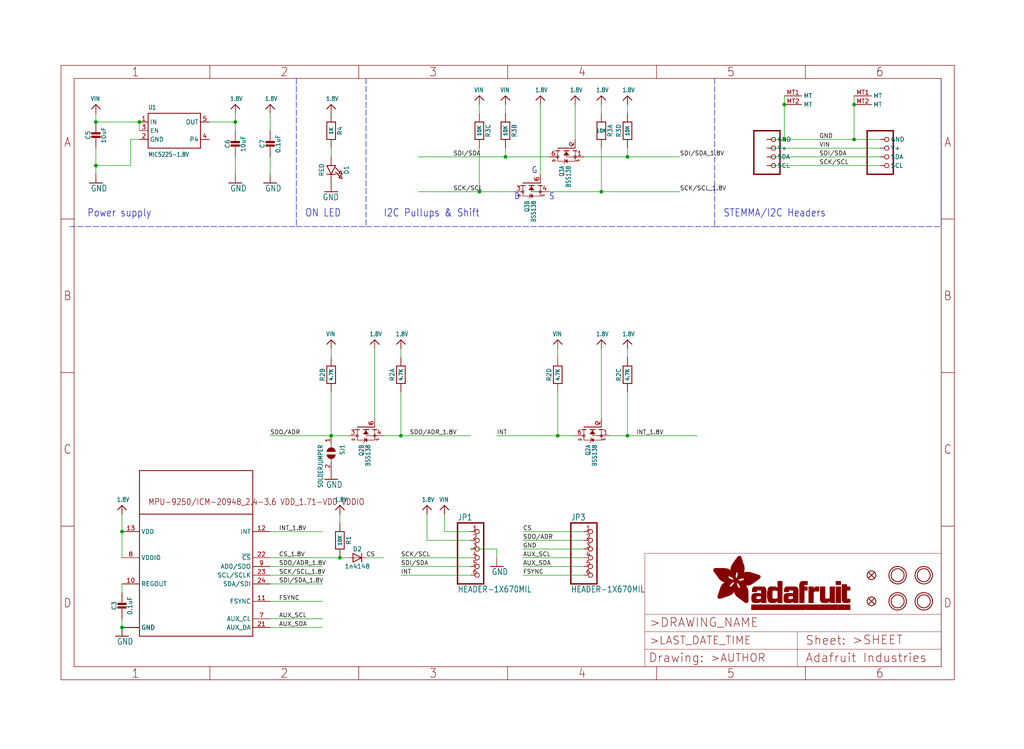
<source format=kicad_sch>
(kicad_sch (version 20211123) (generator eeschema)
  (paper "User" 298.45 218.313)
  (lib_symbols
    (symbol "Adafruit ICM20948-eagle-import:1.8V" (power)
      (property "Value" "1.8V" (at -1.524 1.016 0))
      (symbol "1.8V_1_0"
        (pin power_in line (at 0 -2.54 90) (length 2.54) (name "1.8V") (number "1"))
      )
    )
    (symbol "Adafruit ICM20948-eagle-import:CAP_CERAMIC0603_NO"
      (property "Reference" "C" (at -2.29 1.25 90))
      (property "Value" "CAP_CERAMIC0603_NO" (at 2.3 1.25 90))
      (symbol "CAP_CERAMIC0603_NO_1_0"
        (pin passive line (at 0 5.08 270) (length 2.54) (name "1") (number "1"))
        (pin passive line (at 0 -2.54 90) (length 2.54) (name "2") (number "2"))
      )
    )
    (symbol "Adafruit ICM20948-eagle-import:CAP_CERAMIC0805-NOOUTLINE"
      (property "Reference" "C" (at -2.29 1.25 90))
      (property "Value" "CAP_CERAMIC0805-NOOUTLINE" (at 2.3 1.25 90))
      (symbol "CAP_CERAMIC0805-NOOUTLINE_1_0"
        (pin passive line (at 0 5.08 270) (length 2.54) (name "1") (number "1"))
        (pin passive line (at 0 -2.54 90) (length 2.54) (name "2") (number "2"))
      )
    )
    (symbol "Adafruit ICM20948-eagle-import:DIODE_SOD323MINI"
      (property "Reference" "D" (at 0 2.54 0))
      (property "Value" "DIODE_SOD323MINI" (at 0 -2.5 0))
      (symbol "DIODE_SOD323MINI_1_0"
        (pin passive line (at -2.54 0 0) (length 2.54) (name "A") (number "A"))
        (pin passive line (at 2.54 0 180) (length 2.54) (name "C") (number "C"))
      )
    )
    (symbol "Adafruit ICM20948-eagle-import:FIDUCIAL_1MM")
    (symbol "Adafruit ICM20948-eagle-import:FRAME_A4_ADAFRUIT"
      (symbol "FRAME_A4_ADAFRUIT_0_0"
        (text "1" (at 21.6958 1.905 0) (effects (font (size 2.54 2.286))))
        (text "1" (at 21.6958 177.165 0) (effects (font (size 2.54 2.286))))
        (text "2" (at 65.0875 1.905 0) (effects (font (size 2.54 2.286))))
        (text "2" (at 65.0875 177.165 0) (effects (font (size 2.54 2.286))))
        (text "3" (at 108.4792 1.905 0) (effects (font (size 2.54 2.286))))
        (text "3" (at 108.4792 177.165 0) (effects (font (size 2.54 2.286))))
        (text "4" (at 151.8708 1.905 0) (effects (font (size 2.54 2.286))))
        (text "4" (at 151.8708 177.165 0) (effects (font (size 2.54 2.286))))
        (text "5" (at 195.2625 1.905 0) (effects (font (size 2.54 2.286))))
        (text "5" (at 195.2625 177.165 0) (effects (font (size 2.54 2.286))))
        (text "6" (at 238.6542 1.905 0) (effects (font (size 2.54 2.286))))
        (text "6" (at 238.6542 177.165 0) (effects (font (size 2.54 2.286))))
        (text "A" (at 1.905 156.6863 0) (effects (font (size 2.54 2.286))))
        (text "A" (at 258.445 156.6863 0) (effects (font (size 2.54 2.286))))
        (text "B" (at 1.905 111.9188 0) (effects (font (size 2.54 2.286))))
        (text "B" (at 258.445 111.9188 0) (effects (font (size 2.54 2.286))))
        (text "C" (at 1.905 67.1513 0) (effects (font (size 2.54 2.286))))
        (text "C" (at 258.445 67.1513 0) (effects (font (size 2.54 2.286))))
        (text "D" (at 1.905 22.3838 0) (effects (font (size 2.54 2.286))))
        (text "D" (at 258.445 22.3838 0) (effects (font (size 2.54 2.286))))
      )
      (symbol "FRAME_A4_ADAFRUIT_1_0"
        (text ">AUTHOR" (at 189.23 5.08 0) (effects (font (size 2.286 2.286)) (justify left bottom)))
        (text ">DRAWING_NAME" (at 171.45 15.24 0) (effects (font (size 2.54 2.54)) (justify left bottom)))
        (text ">LAST_DATE_TIME" (at 171.45 10.16 0) (effects (font (size 2.286 2.286)) (justify left bottom)))
        (text ">SHEET" (at 230.505 10.16 0) (effects (font (size 2.54 2.54)) (justify left bottom)))
        (text "Adafruit Industries" (at 216.916 4.953 0) (effects (font (size 2.54 2.54)) (justify left bottom)))
        (text "Drawing:" (at 171.196 4.953 0) (effects (font (size 2.54 2.54)) (justify left bottom)))
        (text "Sheet:" (at 216.916 10.033 0) (effects (font (size 2.54 2.54)) (justify left bottom)))
      )
    )
    (symbol "Adafruit ICM20948-eagle-import:GND" (power)
      (property "Value" "GND" (at -2.54 -2.54 0))
      (symbol "GND_1_0"
        (pin power_in line (at 0 2.54 270) (length 2.54) (name "GND") (number "1"))
      )
    )
    (symbol "Adafruit ICM20948-eagle-import:HEADER-1X670MIL"
      (property "Reference" "JP" (at -6.35 10.795 0))
      (property "Value" "HEADER-1X670MIL" (at -6.35 -10.16 0))
      (symbol "HEADER-1X670MIL_1_0"
        (pin passive inverted (at -2.54 7.62 0) (length 2.54) (name "1") (number "1"))
        (pin passive inverted (at -2.54 5.08 0) (length 2.54) (name "2") (number "2"))
        (pin passive inverted (at -2.54 2.54 0) (length 2.54) (name "3") (number "3"))
        (pin passive inverted (at -2.54 0 0) (length 2.54) (name "4") (number "4"))
        (pin passive inverted (at -2.54 -2.54 0) (length 2.54) (name "5") (number "5"))
        (pin passive inverted (at -2.54 -5.08 0) (length 2.54) (name "6") (number "6"))
      )
    )
    (symbol "Adafruit ICM20948-eagle-import:LED0603_NOOUTLINE"
      (property "Reference" "D" (at -1.27 4.445 0))
      (property "Value" "LED0603_NOOUTLINE" (at -1.27 -2.794 0))
      (symbol "LED0603_NOOUTLINE_1_0"
        (pin passive line (at -5.08 0 0) (length 2.54) (name "A") (number "A"))
        (pin passive line (at 2.54 0 180) (length 2.54) (name "C") (number "C"))
      )
    )
    (symbol "Adafruit ICM20948-eagle-import:MOSFET-N_DUAL"
      (property "Reference" "Q" (at 5.08 0.635 0))
      (property "Value" "MOSFET-N_DUAL" (at 5.08 -1.27 0))
      (symbol "MOSFET-N_DUAL_1_0"
        (text "D" (at 3.175 3.175 0) (effects (font (size 0.8128 0.6908)) (justify left bottom)))
        (text "G" (at -1.27 -1.905 0) (effects (font (size 0.8128 0.6908)) (justify left bottom)))
        (text "S" (at 3.175 -3.81 0) (effects (font (size 0.8128 0.6908)) (justify left bottom)))
        (pin bidirectional line (at 2.54 -5.08 90) (length 2.54) (name "S") (number "1"))
        (pin bidirectional line (at -2.54 -2.54 0) (length 2.54) (name "G") (number "2"))
        (pin bidirectional line (at 2.54 5.08 270) (length 2.54) (name "D") (number "6"))
      )
      (symbol "MOSFET-N_DUAL_2_0"
        (text "D" (at 3.175 3.175 0) (effects (font (size 0.8128 0.6908)) (justify left bottom)))
        (text "G" (at -1.27 -1.905 0) (effects (font (size 0.8128 0.6908)) (justify left bottom)))
        (text "S" (at 3.175 -3.81 0) (effects (font (size 0.8128 0.6908)) (justify left bottom)))
        (pin bidirectional line (at 2.54 5.08 270) (length 2.54) (name "D") (number "3"))
        (pin bidirectional line (at 2.54 -5.08 90) (length 2.54) (name "S") (number "4"))
        (pin bidirectional line (at -2.54 -2.54 0) (length 2.54) (name "G") (number "5"))
      )
    )
    (symbol "Adafruit ICM20948-eagle-import:MOUNTINGHOLE2.5")
    (symbol "Adafruit ICM20948-eagle-import:MPU-9250_ICM20948"
      (symbol "MPU-9250_ICM20948_1_0"
        (text "MPU-9250/ICM-20948_2.4-3.6 VDD_1.71-VDD VDDIO" (at -12.7 17.78 0) (effects (font (size 1.778 1.5113)) (justify left bottom)))
        (pin bidirectional line (at -20.32 -5.08 0) (length 5.08) (name "REGOUT") (number "10"))
        (pin bidirectional line (at 22.86 -10.16 180) (length 5.08) (name "FSYNC") (number "11"))
        (pin bidirectional line (at 22.86 10.16 180) (length 5.08) (name "INT") (number "12"))
        (pin bidirectional line (at -20.32 10.16 0) (length 5.08) (name "VDD") (number "13"))
        (pin bidirectional line (at -20.32 -17.78 0) (length 5.08) (name "GND") (number "18"))
        (pin bidirectional line (at -20.32 -17.78 0) (length 5.08) (name "GND") (number "20"))
        (pin bidirectional line (at 22.86 -17.78 180) (length 5.08) (name "AUX_DA") (number "21"))
        (pin bidirectional line (at 22.86 2.54 180) (length 5.08) (name "~{CS}") (number "22"))
        (pin bidirectional line (at 22.86 -2.54 180) (length 5.08) (name "SCL/SCLK") (number "23"))
        (pin bidirectional line (at 22.86 -5.08 180) (length 5.08) (name "SDA/SDI") (number "24"))
        (pin bidirectional line (at 22.86 -15.24 180) (length 5.08) (name "AUX_CL") (number "7"))
        (pin bidirectional line (at -20.32 2.54 0) (length 5.08) (name "VDDIO") (number "8"))
        (pin bidirectional line (at 22.86 0 180) (length 5.08) (name "AD0/SDO") (number "9"))
      )
    )
    (symbol "Adafruit ICM20948-eagle-import:RESISTOR_0603_NOOUT"
      (property "Reference" "R" (at 0 2.54 0))
      (property "Value" "RESISTOR_0603_NOOUT" (at 0 0 0))
      (symbol "RESISTOR_0603_NOOUT_1_0"
        (pin passive line (at -5.08 0 0) (length 2.54) (name "1") (number "1"))
        (pin passive line (at 5.08 0 180) (length 2.54) (name "2") (number "2"))
      )
    )
    (symbol "Adafruit ICM20948-eagle-import:RESISTOR_4PACK"
      (property "Reference" "R" (at 0 2.54 0))
      (property "Value" "RESISTOR_4PACK" (at 0 0 0))
      (symbol "RESISTOR_4PACK_1_0"
        (pin passive line (at -5.08 0 0) (length 2.54) (name "1") (number "1"))
        (pin passive line (at 5.08 0 180) (length 2.54) (name "2") (number "8"))
      )
      (symbol "RESISTOR_4PACK_2_0"
        (pin passive line (at -5.08 0 0) (length 2.54) (name "1") (number "2"))
        (pin passive line (at 5.08 0 180) (length 2.54) (name "2") (number "7"))
      )
      (symbol "RESISTOR_4PACK_3_0"
        (pin passive line (at -5.08 0 0) (length 2.54) (name "1") (number "3"))
        (pin passive line (at 5.08 0 180) (length 2.54) (name "2") (number "6"))
      )
      (symbol "RESISTOR_4PACK_4_0"
        (pin passive line (at -5.08 0 0) (length 2.54) (name "1") (number "4"))
        (pin passive line (at 5.08 0 180) (length 2.54) (name "2") (number "5"))
      )
    )
    (symbol "Adafruit ICM20948-eagle-import:SOLDERJUMPER"
      (property "Reference" "SJ" (at -2.54 2.54 0))
      (property "Value" "SOLDERJUMPER" (at -2.54 -3.81 0))
      (symbol "SOLDERJUMPER_1_0"
        (pin passive line (at -5.08 0 0) (length 2.54) (name "1") (number "1"))
        (pin passive line (at 5.08 0 180) (length 2.54) (name "2") (number "2"))
      )
    )
    (symbol "Adafruit ICM20948-eagle-import:STEMMA_I2C_QT"
      (symbol "STEMMA_I2C_QT_1_0"
        (pin passive inverted (at 0 5.08 0) (length 2.54) (name "GND") (number "1"))
        (pin passive inverted (at 0 2.54 0) (length 2.54) (name "V+") (number "2"))
        (pin passive inverted (at 0 0 0) (length 2.54) (name "SDA") (number "3"))
        (pin passive inverted (at 0 -2.54 0) (length 2.54) (name "SCL") (number "4"))
      )
      (symbol "STEMMA_I2C_QT_2_0"
        (pin bidirectional line (at 0 0 0) (length 5.08) (name "MT") (number "MT1"))
      )
      (symbol "STEMMA_I2C_QT_3_0"
        (pin bidirectional line (at 0 0 0) (length 5.08) (name "MT") (number "MT2"))
      )
    )
    (symbol "Adafruit ICM20948-eagle-import:VIN" (power)
      (property "Value" "VIN" (at -1.524 1.016 0))
      (symbol "VIN_1_0"
        (pin power_in line (at 0 -2.54 90) (length 2.54) (name "VIN") (number "1"))
      )
    )
    (symbol "Adafruit ICM20948-eagle-import:VREG_SOT23-5"
      (property "Reference" "U" (at -7.62 6.096 0))
      (property "Value" "VREG_SOT23-5" (at -7.62 -7.62 0))
      (symbol "VREG_SOT23-5_1_0"
        (pin power_in line (at -10.16 2.54 0) (length 2.54) (name "IN") (number "1"))
        (pin power_in line (at -10.16 -2.54 0) (length 2.54) (name "GND") (number "2"))
        (pin input line (at -10.16 0 0) (length 2.54) (name "EN") (number "3"))
        (pin bidirectional line (at 10.16 -2.54 180) (length 2.54) (name "P4") (number "4"))
        (pin power_in line (at 10.16 2.54 180) (length 2.54) (name "OUT") (number "5"))
      )
    )
  )
  (junction (at 35.56 182.88))
  (junction (at 35.56 154.94))
  (junction (at 68.58 35.56))
  (junction (at 139.7 55.88))
  (junction (at 228.6 40.64))
  (junction (at 228.6 30.48))
  (junction (at 27.94 48.26))
  (junction (at 248.92 30.48))
  (junction (at 175.26 55.88))
  (junction (at 116.84 127))
  (junction (at 147.32 45.72))
  (junction (at 162.56 127))
  (junction (at 27.94 35.56))
  (junction (at 96.52 127))
  (junction (at 40.64 35.56))
  (junction (at 182.88 45.72))
  (junction (at 248.92 40.64))
  (junction (at 182.88 127))
  (junction (at 99.06 162.56))
  (wire (pts (xy 68.58 45.72) (xy 68.58 50.8)))
  (wire (pts (xy 40.64 35.56) (xy 27.94 35.56)))
  (polyline (pts (xy 208.28 66.04) (xy 274.32 66.04)))
  (wire (pts (xy 170.18 154.94) (xy 152.4 154.94)))
  (wire (pts (xy 106.68 162.56) (xy 111.76 162.56)))
  (wire (pts (xy 170.18 160.02) (xy 152.4 160.02)))
  (wire (pts (xy 182.88 127) (xy 203.2 127)))
  (wire (pts (xy 228.6 27.94) (xy 228.6 30.48)))
  (wire (pts (xy 182.88 127) (xy 177.8 127)))
  (wire (pts (xy 35.56 162.56) (xy 35.56 154.94)))
  (wire (pts (xy 162.56 114.3) (xy 162.56 127)))
  (wire (pts (xy 139.7 43.18) (xy 139.7 55.88)))
  (wire (pts (xy 68.58 35.56) (xy 68.58 38.1)))
  (wire (pts (xy 256.54 40.64) (xy 248.92 40.64)))
  (wire (pts (xy 38.1 40.64) (xy 38.1 48.26)))
  (wire (pts (xy 248.92 27.94) (xy 248.92 30.48)))
  (wire (pts (xy 99.06 162.56) (xy 101.6 162.56)))
  (wire (pts (xy 228.6 40.64) (xy 223.52 40.64)))
  (wire (pts (xy 167.64 127) (xy 162.56 127)))
  (wire (pts (xy 99.06 152.4) (xy 99.06 149.86)))
  (wire (pts (xy 96.52 114.3) (xy 96.52 127)))
  (wire (pts (xy 124.46 157.48) (xy 124.46 149.86)))
  (wire (pts (xy 78.74 170.18) (xy 93.98 170.18)))
  (wire (pts (xy 182.88 101.6) (xy 182.88 104.14)))
  (wire (pts (xy 96.52 104.14) (xy 96.52 101.6)))
  (wire (pts (xy 129.54 154.94) (xy 129.54 149.86)))
  (wire (pts (xy 137.16 157.48) (xy 124.46 157.48)))
  (wire (pts (xy 160.02 45.72) (xy 147.32 45.72)))
  (wire (pts (xy 182.88 43.18) (xy 182.88 45.72)))
  (wire (pts (xy 116.84 165.1) (xy 137.16 165.1)))
  (wire (pts (xy 139.7 55.88) (xy 121.92 55.88)))
  (wire (pts (xy 96.52 127) (xy 78.74 127)))
  (wire (pts (xy 223.52 48.26) (xy 256.54 48.26)))
  (wire (pts (xy 78.74 182.88) (xy 93.98 182.88)))
  (wire (pts (xy 144.78 160.02) (xy 144.78 162.56)))
  (wire (pts (xy 78.74 175.26) (xy 93.98 175.26)))
  (wire (pts (xy 147.32 43.18) (xy 147.32 45.72)))
  (wire (pts (xy 78.74 180.34) (xy 93.98 180.34)))
  (wire (pts (xy 162.56 127) (xy 144.78 127)))
  (wire (pts (xy 35.56 172.72) (xy 35.56 170.18)))
  (wire (pts (xy 40.64 40.64) (xy 38.1 40.64)))
  (wire (pts (xy 116.84 127) (xy 111.76 127)))
  (polyline (pts (xy 274.32 22.86) (xy 274.32 66.04)))
  (wire (pts (xy 160.02 55.88) (xy 175.26 55.88)))
  (wire (pts (xy 228.6 40.64) (xy 248.92 40.64)))
  (polyline (pts (xy 106.68 22.86) (xy 106.68 66.04)))
  (wire (pts (xy 96.52 43.18) (xy 96.52 45.72)))
  (wire (pts (xy 78.74 165.1) (xy 93.98 165.1)))
  (wire (pts (xy 175.26 55.88) (xy 198.12 55.88)))
  (wire (pts (xy 170.18 162.56) (xy 152.4 162.56)))
  (wire (pts (xy 27.94 33.02) (xy 27.94 35.56)))
  (wire (pts (xy 35.56 180.34) (xy 35.56 182.88)))
  (wire (pts (xy 78.74 45.72) (xy 78.74 50.8)))
  (wire (pts (xy 175.26 33.02) (xy 175.26 30.48)))
  (wire (pts (xy 147.32 45.72) (xy 121.92 45.72)))
  (wire (pts (xy 116.84 101.6) (xy 116.84 104.14)))
  (wire (pts (xy 137.16 167.64) (xy 116.84 167.64)))
  (wire (pts (xy 101.6 127) (xy 96.52 127)))
  (polyline (pts (xy 106.68 66.04) (xy 208.28 66.04)))
  (wire (pts (xy 78.74 154.94) (xy 93.98 154.94)))
  (polyline (pts (xy 86.36 22.86) (xy 86.36 66.04)))
  (wire (pts (xy 248.92 30.48) (xy 248.92 40.64)))
  (wire (pts (xy 139.7 30.48) (xy 139.7 33.02)))
  (wire (pts (xy 170.18 167.64) (xy 152.4 167.64)))
  (wire (pts (xy 167.64 40.64) (xy 167.64 30.48)))
  (wire (pts (xy 152.4 165.1) (xy 170.18 165.1)))
  (wire (pts (xy 116.84 127) (xy 137.16 127)))
  (wire (pts (xy 78.74 162.56) (xy 99.06 162.56)))
  (wire (pts (xy 157.48 50.8) (xy 157.48 30.48)))
  (wire (pts (xy 182.88 45.72) (xy 198.12 45.72)))
  (wire (pts (xy 40.64 38.1) (xy 40.64 35.56)))
  (wire (pts (xy 175.26 43.18) (xy 175.26 55.88)))
  (wire (pts (xy 27.94 48.26) (xy 27.94 43.18)))
  (wire (pts (xy 256.54 45.72) (xy 223.52 45.72)))
  (wire (pts (xy 170.18 45.72) (xy 182.88 45.72)))
  (wire (pts (xy 137.16 154.94) (xy 129.54 154.94)))
  (wire (pts (xy 162.56 104.14) (xy 162.56 101.6)))
  (wire (pts (xy 38.1 48.26) (xy 27.94 48.26)))
  (wire (pts (xy 147.32 33.02) (xy 147.32 30.48)))
  (wire (pts (xy 78.74 167.64) (xy 93.98 167.64)))
  (wire (pts (xy 170.18 157.48) (xy 152.4 157.48)))
  (wire (pts (xy 109.22 121.92) (xy 109.22 101.6)))
  (wire (pts (xy 182.88 33.02) (xy 182.88 30.48)))
  (polyline (pts (xy 20.32 66.04) (xy 86.36 66.04)))
  (wire (pts (xy 68.58 35.56) (xy 68.58 33.02)))
  (wire (pts (xy 149.86 55.88) (xy 139.7 55.88)))
  (wire (pts (xy 60.96 35.56) (xy 68.58 35.56)))
  (wire (pts (xy 182.88 114.3) (xy 182.88 127)))
  (wire (pts (xy 35.56 154.94) (xy 35.56 149.86)))
  (wire (pts (xy 78.74 33.02) (xy 78.74 38.1)))
  (polyline (pts (xy 208.28 22.86) (xy 208.28 66.04)))
  (wire (pts (xy 137.16 160.02) (xy 144.78 160.02)))
  (wire (pts (xy 223.52 43.18) (xy 256.54 43.18)))
  (wire (pts (xy 27.94 48.26) (xy 27.94 50.8)))
  (polyline (pts (xy 86.36 66.04) (xy 106.68 66.04)))
  (wire (pts (xy 228.6 30.48) (xy 228.6 40.64)))
  (wire (pts (xy 137.16 162.56) (xy 116.84 162.56)))
  (wire (pts (xy 175.26 121.92) (xy 175.26 101.6)))
  (wire (pts (xy 116.84 114.3) (xy 116.84 127)))
  (text "Power supply" (at 25.4 63.5 180) (effects (font (size 2.1844 1.8567)) (justify left bottom)))
  (text "G" (at 154.94 50.8 180) (effects (font (size 1.778 1.5113)) (justify left bottom)))
  (text "ON LED" (at 88.9 63.5 180) (effects (font (size 2.1844 1.8567)) (justify left bottom)))
  (text "S" (at 160.02 58.42 180) (effects (font (size 1.778 1.5113)) (justify left bottom)))
  (text "STEMMA/I2C Headers" (at 210.82 63.5 180) (effects (font (size 2.1844 1.8567)) (justify left bottom)))
  (text "D" (at 149.86 58.42 180) (effects (font (size 1.778 1.5113)) (justify left bottom)))
  (text "I2C Pullups & Shift" (at 111.76 63.5 180) (effects (font (size 2.1844 1.8567)) (justify left bottom)))
  (label "INT" (at 144.78 127 0) (effects (font (size 1.2446 1.2446))))
  (label "SCK/SCL" (at 238.76 48.26 0) (effects (font (size 1.2446 1.2446))))
  (label "SDI/SDA" (at 238.76 45.72 0) (effects (font (size 1.2446 1.2446))))
  (label "SDO/ADR_1.8V" (at 81.28 165.1 0) (effects (font (size 1.2446 1.2446))))
  (label "CS_1.8V" (at 81.28 162.56 0) (effects (font (size 1.2446 1.2446))))
  (label "INT_1.8V" (at 185.42 127 0) (effects (font (size 1.2446 1.2446))))
  (label "AUX_SCL" (at 152.4 162.56 0) (effects (font (size 1.2446 1.2446))))
  (label "SDO/ADR" (at 78.74 127 0) (effects (font (size 1.2446 1.2446))))
  (label "SDI/SDA" (at 132.08 45.72 0) (effects (font (size 1.2446 1.2446))))
  (label "FSYNC" (at 152.4 167.64 0) (effects (font (size 1.2446 1.2446))))
  (label "SDO/ADR" (at 152.4 157.48 0) (effects (font (size 1.2446 1.2446))))
  (label "INT" (at 116.84 167.64 0) (effects (font (size 1.2446 1.2446))))
  (label "FSYNC" (at 81.28 175.26 0) (effects (font (size 1.2446 1.2446))))
  (label "SDO/ADR_1.8V" (at 119.38 127 0) (effects (font (size 1.2446 1.2446))))
  (label "AUX_SDA" (at 152.4 165.1 0) (effects (font (size 1.2446 1.2446))))
  (label "SDI/SDA_1.8V" (at 198.12 45.72 0) (effects (font (size 1.2446 1.2446))))
  (label "CS" (at 152.4 154.94 0) (effects (font (size 1.2446 1.2446))))
  (label "CS" (at 106.68 162.56 0) (effects (font (size 1.2446 1.2446))))
  (label "AUX_SCL" (at 81.28 180.34 0) (effects (font (size 1.2446 1.2446))))
  (label "SDI/SDA_1.8V" (at 81.28 170.18 0) (effects (font (size 1.2446 1.2446))))
  (label "INT_1.8V" (at 81.28 154.94 0) (effects (font (size 1.2446 1.2446))))
  (label "GND" (at 152.4 160.02 0) (effects (font (size 1.2446 1.2446))))
  (label "SCK/SCL_1.8V" (at 81.28 167.64 0) (effects (font (size 1.2446 1.2446))))
  (label "SCK/SCL" (at 116.84 162.56 0) (effects (font (size 1.2446 1.2446))))
  (label "SCK/SCL" (at 132.08 55.88 0) (effects (font (size 1.2446 1.2446))))
  (label "SCK/SCL_1.8V" (at 198.12 55.88 0) (effects (font (size 1.2446 1.2446))))
  (label "SDI/SDA" (at 116.84 165.1 0) (effects (font (size 1.2446 1.2446))))
  (label "AUX_SDA" (at 81.28 182.88 0) (effects (font (size 1.2446 1.2446))))
  (label "VIN" (at 238.76 43.18 0) (effects (font (size 1.2446 1.2446))))
  (label "GND" (at 238.76 40.64 0) (effects (font (size 1.2446 1.2446))))
  (symbol (lib_id "Adafruit ICM20948-eagle-import:CAP_CERAMIC0805-NOOUTLINE") (at 27.94 40.64 0)
    (property "Reference" "C5" (at 25.65 39.39 90))
    (property "Value" "10uF" (at 30.24 39.39 90))
    (property "Footprint" "Adafruit ICM20948:0805-NO" (effects hide))
  )
  (symbol (lib_id "Adafruit ICM20948-eagle-import:GND") (at 35.56 185.42 0) (unit 1)
    (property "Reference" "#U$11" (effects hide))
    (property "Value" "GND" (at 34.036 187.96 0) (effects (font (size 1.778 1.5113)) (justify left bottom)))
    (property "Footprint" "Adafruit ICM20948:" (effects hide))
  )
  (symbol (lib_id "Adafruit ICM20948-eagle-import:FIDUCIAL_1MM") (at 254 167.64 0) (unit 1)
    (property "Reference" "FID4" (effects hide))
    (property "Value" "FIDUCIAL_1MM" (effects hide))
    (property "Footprint" "Adafruit ICM20948:FIDUCIAL_1MM" (effects hide))
  )
  (symbol (lib_id "Adafruit ICM20948-eagle-import:1.8V") (at 175.26 27.94 0) (unit 1)
    (property "Reference" "#U$30" (effects hide))
    (property "Value" "1.8V" (at 173.736 26.924 0) (effects (font (size 1.27 1.0795)) (justify left bottom)))
    (property "Footprint" "Adafruit ICM20948:" (effects hide))
  )
  (symbol (lib_id "Adafruit ICM20948-eagle-import:MOSFET-N_DUAL") (at 154.94 53.34 90) (mirror x)
    (property "Reference" "Q3" (at 154.305 58.42 0) (effects (font (size 1.27 1.0795)) (justify left bottom)))
    (property "Value" "BSS138" (at 156.21 58.42 0) (effects (font (size 1.27 1.0795)) (justify left bottom)))
    (property "Footprint" "Adafruit ICM20948:SOT363" (effects hide))
  )
  (symbol (lib_id "Adafruit ICM20948-eagle-import:1.8V") (at 99.06 147.32 0) (unit 1)
    (property "Reference" "#U$14" (effects hide))
    (property "Value" "1.8V" (at 97.536 146.304 0) (effects (font (size 1.27 1.0795)) (justify left bottom)))
    (property "Footprint" "Adafruit ICM20948:" (effects hide))
  )
  (symbol (lib_id "Adafruit ICM20948-eagle-import:SOLDERJUMPER") (at 96.52 132.08 270)
    (property "Reference" "SJ1" (at 99.06 129.54 0) (effects (font (size 1.27 1.0795)) (justify left bottom)))
    (property "Value" "SOLDERJUMPER" (at 92.71 129.54 0) (effects (font (size 1.27 1.0795)) (justify left bottom)))
    (property "Footprint" "Adafruit ICM20948:SOLDERJUMPER_ARROW_NOPASTE" (effects hide))
  )
  (symbol (lib_id "Adafruit ICM20948-eagle-import:CAP_CERAMIC0805-NOOUTLINE") (at 68.58 43.18 0)
    (property "Reference" "C6" (at 66.29 41.93 90))
    (property "Value" "10uF" (at 70.88 41.93 90))
    (property "Footprint" "Adafruit ICM20948:0805-NO" (effects hide))
  )
  (symbol (lib_id "Adafruit ICM20948-eagle-import:MOUNTINGHOLE2.5") (at 261.62 175.26 0) (unit 1)
    (property "Reference" "U$38" (effects hide))
    (property "Value" "MOUNTINGHOLE2.5" (effects hide))
    (property "Footprint" "Adafruit ICM20948:MOUNTINGHOLE_2.5_PLATED" (effects hide))
  )
  (symbol (lib_id "Adafruit ICM20948-eagle-import:RESISTOR_4PACK") (at 182.88 109.22 90)
    (property "Reference" "R2" (at 180.34 109.22 0))
    (property "Value" "4.7K" (at 182.88 109.22 0) (effects (font (size 1.016 1.016) bold)))
    (property "Footprint" "Adafruit ICM20948:RESPACK_4X0603" (effects hide))
  )
  (symbol (lib_id "Adafruit ICM20948-eagle-import:RESISTOR_4PACK") (at 147.32 38.1 270)
    (property "Reference" "R3" (at 149.86 38.1 0))
    (property "Value" "10K" (at 147.32 38.1 0) (effects (font (size 1.016 1.016) bold)))
    (property "Footprint" "Adafruit ICM20948:RESPACK_4X0603" (effects hide))
  )
  (symbol (lib_id "Adafruit ICM20948-eagle-import:STEMMA_I2C_QT") (at 228.6 27.94 0)
    (property "Reference" "CONN3" (effects hide))
    (property "Value" "STEMMA_I2C_QT" (effects hide))
    (property "Footprint" "Adafruit ICM20948:JST_SH4" (effects hide))
  )
  (symbol (lib_id "Adafruit ICM20948-eagle-import:MOUNTINGHOLE2.5") (at 261.62 167.64 0) (unit 1)
    (property "Reference" "U$39" (effects hide))
    (property "Value" "MOUNTINGHOLE2.5" (effects hide))
    (property "Footprint" "Adafruit ICM20948:MOUNTINGHOLE_2.5_PLATED" (effects hide))
  )
  (symbol (lib_id "Adafruit ICM20948-eagle-import:1.8V") (at 78.74 30.48 0) (unit 1)
    (property "Reference" "#U$5" (effects hide))
    (property "Value" "1.8V" (at 77.216 29.464 0) (effects (font (size 1.27 1.0795)) (justify left bottom)))
    (property "Footprint" "Adafruit ICM20948:" (effects hide))
  )
  (symbol (lib_id "Adafruit ICM20948-eagle-import:1.8V") (at 116.84 99.06 0) (unit 1)
    (property "Reference" "#U$18" (effects hide))
    (property "Value" "1.8V" (at 115.316 98.044 0) (effects (font (size 1.27 1.0795)) (justify left bottom)))
    (property "Footprint" "Adafruit ICM20948:" (effects hide))
  )
  (symbol (lib_id "Adafruit ICM20948-eagle-import:GND") (at 96.52 55.88 0) (unit 1)
    (property "Reference" "#GND6" (effects hide))
    (property "Value" "GND" (at 93.98 58.42 0) (effects (font (size 1.778 1.5113)) (justify left bottom)))
    (property "Footprint" "Adafruit ICM20948:" (effects hide))
  )
  (symbol (lib_id "Adafruit ICM20948-eagle-import:RESISTOR_4PACK") (at 175.26 38.1 270) (mirror x)
    (property "Reference" "R3" (at 177.8 38.1 0))
    (property "Value" "10K" (at 175.26 38.1 90) (effects (font (size 1.016 1.016) bold)))
    (property "Footprint" "Adafruit ICM20948:RESPACK_4X0603" (effects hide))
  )
  (symbol (lib_id "Adafruit ICM20948-eagle-import:1.8V") (at 124.46 147.32 0) (unit 1)
    (property "Reference" "#U$19" (effects hide))
    (property "Value" "1.8V" (at 122.936 146.304 0) (effects (font (size 1.27 1.0795)) (justify left bottom)))
    (property "Footprint" "Adafruit ICM20948:" (effects hide))
  )
  (symbol (lib_id "Adafruit ICM20948-eagle-import:1.8V") (at 96.52 30.48 0) (unit 1)
    (property "Reference" "#U$6" (effects hide))
    (property "Value" "1.8V" (at 94.996 29.464 0) (effects (font (size 1.27 1.0795)) (justify left bottom)))
    (property "Footprint" "Adafruit ICM20948:" (effects hide))
  )
  (symbol (lib_id "Adafruit ICM20948-eagle-import:RESISTOR_4PACK") (at 139.7 38.1 270)
    (property "Reference" "R3" (at 142.24 38.1 0))
    (property "Value" "10K" (at 139.7 38.1 0) (effects (font (size 1.016 1.016) bold)))
    (property "Footprint" "Adafruit ICM20948:RESPACK_4X0603" (effects hide))
  )
  (symbol (lib_id "Adafruit ICM20948-eagle-import:RESISTOR_4PACK") (at 162.56 109.22 90)
    (property "Reference" "R2" (at 160.02 109.22 0))
    (property "Value" "4.7K" (at 162.56 109.22 0) (effects (font (size 1.016 1.016) bold)))
    (property "Footprint" "Adafruit ICM20948:RESPACK_4X0603" (effects hide))
  )
  (symbol (lib_id "Adafruit ICM20948-eagle-import:HEADER-1X670MIL") (at 139.7 162.56 0)
    (property "Reference" "JP1" (at 133.35 151.765 0) (effects (font (size 1.778 1.5113)) (justify left bottom)))
    (property "Value" "HEADER-1X670MIL" (at 133.35 172.72 0) (effects (font (size 1.778 1.5113)) (justify left bottom)))
    (property "Footprint" "Adafruit ICM20948:1X06_ROUND_70" (effects hide))
  )
  (symbol (lib_id "Adafruit ICM20948-eagle-import:VIN") (at 129.54 147.32 0) (unit 1)
    (property "Reference" "#U$1" (effects hide))
    (property "Value" "VIN" (at 128.016 146.304 0) (effects (font (size 1.27 1.0795)) (justify left bottom)))
    (property "Footprint" "Adafruit ICM20948:" (effects hide))
  )
  (symbol (lib_id "Adafruit ICM20948-eagle-import:GND") (at 27.94 53.34 0) (unit 1)
    (property "Reference" "#U$25" (effects hide))
    (property "Value" "GND" (at 26.416 55.88 0) (effects (font (size 1.778 1.5113)) (justify left bottom)))
    (property "Footprint" "Adafruit ICM20948:" (effects hide))
  )
  (symbol (lib_id "Adafruit ICM20948-eagle-import:MOSFET-N_DUAL") (at 165.1 43.18 90) (mirror x)
    (property "Reference" "Q3" (at 164.465 48.26 0) (effects (font (size 1.27 1.0795)) (justify left bottom)))
    (property "Value" "BSS138" (at 166.37 48.26 0) (effects (font (size 1.27 1.0795)) (justify left bottom)))
    (property "Footprint" "Adafruit ICM20948:SOT363" (effects hide))
  )
  (symbol (lib_id "Adafruit ICM20948-eagle-import:1.8V") (at 157.48 27.94 0) (unit 1)
    (property "Reference" "#U$7" (effects hide))
    (property "Value" "1.8V" (at 155.956 26.924 0) (effects (font (size 1.27 1.0795)) (justify left bottom)))
    (property "Footprint" "Adafruit ICM20948:" (effects hide))
  )
  (symbol (lib_id "Adafruit ICM20948-eagle-import:RESISTOR_4PACK") (at 96.52 109.22 90)
    (property "Reference" "R2" (at 93.98 109.22 0))
    (property "Value" "4.7K" (at 96.52 109.22 0) (effects (font (size 1.016 1.016) bold)))
    (property "Footprint" "Adafruit ICM20948:RESPACK_4X0603" (effects hide))
  )
  (symbol (lib_id "Adafruit ICM20948-eagle-import:STEMMA_I2C_QT") (at 223.52 45.72 0)
    (property "Reference" "CONN3" (effects hide))
    (property "Value" "STEMMA_I2C_QT" (effects hide))
    (property "Footprint" "Adafruit ICM20948:JST_SH4" (effects hide))
  )
  (symbol (lib_id "Adafruit ICM20948-eagle-import:RESISTOR_4PACK") (at 182.88 38.1 90) (mirror x)
    (property "Reference" "R3" (at 180.34 38.1 0))
    (property "Value" "10K" (at 182.88 38.1 0) (effects (font (size 1.016 1.016) bold)))
    (property "Footprint" "Adafruit ICM20948:RESPACK_4X0603" (effects hide))
  )
  (symbol (lib_id "Adafruit ICM20948-eagle-import:MOUNTINGHOLE2.5") (at 269.24 167.64 0) (unit 1)
    (property "Reference" "U$41" (effects hide))
    (property "Value" "MOUNTINGHOLE2.5" (effects hide))
    (property "Footprint" "Adafruit ICM20948:MOUNTINGHOLE_2.5_PLATED" (effects hide))
  )
  (symbol (lib_id "Adafruit ICM20948-eagle-import:1.8V") (at 68.58 30.48 0) (unit 1)
    (property "Reference" "#U$4" (effects hide))
    (property "Value" "1.8V" (at 67.056 29.464 0) (effects (font (size 1.27 1.0795)) (justify left bottom)))
    (property "Footprint" "Adafruit ICM20948:" (effects hide))
  )
  (symbol (lib_id "Adafruit ICM20948-eagle-import:CAP_CERAMIC0603_NO") (at 35.56 177.8 0)
    (property "Reference" "C3" (at 33.27 176.55 90))
    (property "Value" "0.1uF" (at 37.86 176.55 90))
    (property "Footprint" "Adafruit ICM20948:0603-NO" (effects hide))
  )
  (symbol (lib_id "Adafruit ICM20948-eagle-import:1.8V") (at 182.88 99.06 0) (unit 1)
    (property "Reference" "#U$9" (effects hide))
    (property "Value" "1.8V" (at 181.356 98.044 0) (effects (font (size 1.27 1.0795)) (justify left bottom)))
    (property "Footprint" "Adafruit ICM20948:" (effects hide))
  )
  (symbol (lib_id "Adafruit ICM20948-eagle-import:MPU-9250_ICM20948") (at 55.88 165.1 0)
    (property "Reference" "U$21" (effects hide))
    (property "Value" "MPU-9250_ICM20948" (effects hide))
    (property "Footprint" "Adafruit ICM20948:QFN24_3MM_NOEP" (effects hide))
  )
  (symbol (lib_id "Adafruit ICM20948-eagle-import:STEMMA_I2C_QT") (at 248.92 27.94 0)
    (property "Reference" "CONN4" (effects hide))
    (property "Value" "STEMMA_I2C_QT" (effects hide))
    (property "Footprint" "Adafruit ICM20948:JST_SH4" (effects hide))
  )
  (symbol (lib_id "Adafruit ICM20948-eagle-import:LED0603_NOOUTLINE") (at 96.52 50.8 270)
    (property "Reference" "D1" (at 100.965 49.53 0))
    (property "Value" "RED" (at 93.726 49.53 0))
    (property "Footprint" "Adafruit ICM20948:CHIPLED_0603_NOOUTLINE" (effects hide))
  )
  (symbol (lib_id "Adafruit ICM20948-eagle-import:GND") (at 78.74 53.34 0) (unit 1)
    (property "Reference" "#U$27" (effects hide))
    (property "Value" "GND" (at 77.216 55.88 0) (effects (font (size 1.778 1.5113)) (justify left bottom)))
    (property "Footprint" "Adafruit ICM20948:" (effects hide))
  )
  (symbol (lib_id "Adafruit ICM20948-eagle-import:1.8V") (at 35.56 147.32 0) (unit 1)
    (property "Reference" "#U$22" (effects hide))
    (property "Value" "1.8V" (at 34.036 146.304 0) (effects (font (size 1.27 1.0795)) (justify left bottom)))
    (property "Footprint" "Adafruit ICM20948:" (effects hide))
  )
  (symbol (lib_id "Adafruit ICM20948-eagle-import:STEMMA_I2C_QT") (at 248.92 30.48 0)
    (property "Reference" "CONN4" (effects hide))
    (property "Value" "STEMMA_I2C_QT" (effects hide))
    (property "Footprint" "Adafruit ICM20948:JST_SH4" (effects hide))
  )
  (symbol (lib_id "Adafruit ICM20948-eagle-import:GND") (at 144.78 165.1 0) (unit 1)
    (property "Reference" "#U$3" (effects hide))
    (property "Value" "GND" (at 143.256 167.64 0) (effects (font (size 1.778 1.5113)) (justify left bottom)))
    (property "Footprint" "Adafruit ICM20948:" (effects hide))
  )
  (symbol (lib_id "Adafruit ICM20948-eagle-import:RESISTOR_0603_NOOUT") (at 99.06 157.48 270)
    (property "Reference" "R1" (at 101.6 157.48 0))
    (property "Value" "10K" (at 99.06 157.48 0) (effects (font (size 1.016 1.016) bold)))
    (property "Footprint" "Adafruit ICM20948:0603-NO" (effects hide))
  )
  (symbol (lib_id "Adafruit ICM20948-eagle-import:VIN") (at 162.56 99.06 0) (unit 1)
    (property "Reference" "#U$10" (effects hide))
    (property "Value" "VIN" (at 161.036 98.044 0) (effects (font (size 1.27 1.0795)) (justify left bottom)))
    (property "Footprint" "Adafruit ICM20948:" (effects hide))
  )
  (symbol (lib_id "Adafruit ICM20948-eagle-import:DIODE_SOD323MINI") (at 104.14 162.56 0)
    (property "Reference" "D2" (at 104.14 160.02 0))
    (property "Value" "1n4148" (at 104.14 165.06 0))
    (property "Footprint" "Adafruit ICM20948:SOD-323_MINI" (effects hide))
  )
  (symbol (lib_id "Adafruit ICM20948-eagle-import:MOUNTINGHOLE2.5") (at 269.24 175.26 0) (unit 1)
    (property "Reference" "U$42" (effects hide))
    (property "Value" "MOUNTINGHOLE2.5" (effects hide))
    (property "Footprint" "Adafruit ICM20948:MOUNTINGHOLE_2.5_PLATED" (effects hide))
  )
  (symbol (lib_id "Adafruit ICM20948-eagle-import:VIN") (at 96.52 99.06 0) (unit 1)
    (property "Reference" "#U$23" (effects hide))
    (property "Value" "VIN" (at 94.996 98.044 0) (effects (font (size 1.27 1.0795)) (justify left bottom)))
    (property "Footprint" "Adafruit ICM20948:" (effects hide))
  )
  (symbol (lib_id "Adafruit ICM20948-eagle-import:1.8V") (at 109.22 99.06 0) (unit 1)
    (property "Reference" "#U$24" (effects hide))
    (property "Value" "1.8V" (at 107.696 98.044 0) (effects (font (size 1.27 1.0795)) (justify left bottom)))
    (property "Footprint" "Adafruit ICM20948:" (effects hide))
  )
  (symbol (lib_id "Adafruit ICM20948-eagle-import:VIN") (at 27.94 30.48 0) (unit 1)
    (property "Reference" "#U$15" (effects hide))
    (property "Value" "VIN" (at 26.416 29.464 0) (effects (font (size 1.27 1.0795)) (justify left bottom)))
    (property "Footprint" "Adafruit ICM20948:" (effects hide))
  )
  (symbol (lib_id "Adafruit ICM20948-eagle-import:STEMMA_I2C_QT") (at 228.6 30.48 0)
    (property "Reference" "CONN3" (effects hide))
    (property "Value" "STEMMA_I2C_QT" (effects hide))
    (property "Footprint" "Adafruit ICM20948:JST_SH4" (effects hide))
  )
  (symbol (lib_id "Adafruit ICM20948-eagle-import:1.8V") (at 182.88 27.94 0) (unit 1)
    (property "Reference" "#U$31" (effects hide))
    (property "Value" "1.8V" (at 181.356 26.924 0) (effects (font (size 1.27 1.0795)) (justify left bottom)))
    (property "Footprint" "Adafruit ICM20948:" (effects hide))
  )
  (symbol (lib_id "Adafruit ICM20948-eagle-import:CAP_CERAMIC0603_NO") (at 78.74 43.18 0)
    (property "Reference" "C7" (at 76.45 41.93 90))
    (property "Value" "0.1uF" (at 81.04 41.93 90))
    (property "Footprint" "Adafruit ICM20948:0603-NO" (effects hide))
  )
  (symbol (lib_id "Adafruit ICM20948-eagle-import:VREG_SOT23-5") (at 50.8 38.1 0)
    (property "Reference" "U1" (at 43.18 32.004 0) (effects (font (size 1.27 1.0795)) (justify left bottom)))
    (property "Value" "MIC5225-1.8V" (at 43.18 45.72 0) (effects (font (size 1.27 1.0795)) (justify left bottom)))
    (property "Footprint" "Adafruit ICM20948:SOT23-5" (effects hide))
  )
  (symbol (lib_id "Adafruit ICM20948-eagle-import:1.8V") (at 167.64 27.94 0) (unit 1)
    (property "Reference" "#U$29" (effects hide))
    (property "Value" "1.8V" (at 166.116 26.924 0) (effects (font (size 1.27 1.0795)) (justify left bottom)))
    (property "Footprint" "Adafruit ICM20948:" (effects hide))
  )
  (symbol (lib_id "Adafruit ICM20948-eagle-import:HEADER-1X670MIL") (at 172.72 162.56 0)
    (property "Reference" "JP3" (at 166.37 151.765 0) (effects (font (size 1.778 1.5113)) (justify left bottom)))
    (property "Value" "HEADER-1X670MIL" (at 166.37 172.72 0) (effects (font (size 1.778 1.5113)) (justify left bottom)))
    (property "Footprint" "Adafruit ICM20948:1X06_ROUND_70" (effects hide))
  )
  (symbol (lib_id "Adafruit ICM20948-eagle-import:VIN") (at 147.32 27.94 0) (unit 1)
    (property "Reference" "#U$33" (effects hide))
    (property "Value" "VIN" (at 145.796 26.924 0) (effects (font (size 1.27 1.0795)) (justify left bottom)))
    (property "Footprint" "Adafruit ICM20948:" (effects hide))
  )
  (symbol (lib_id "Adafruit ICM20948-eagle-import:RESISTOR_4PACK") (at 116.84 109.22 90)
    (property "Reference" "R2" (at 114.3 109.22 0))
    (property "Value" "4.7K" (at 116.84 109.22 0) (effects (font (size 1.016 1.016) bold)))
    (property "Footprint" "Adafruit ICM20948:RESPACK_4X0603" (effects hide))
  )
  (symbol (lib_id "Adafruit ICM20948-eagle-import:GND") (at 68.58 53.34 0) (unit 1)
    (property "Reference" "#U$26" (effects hide))
    (property "Value" "GND" (at 67.056 55.88 0) (effects (font (size 1.778 1.5113)) (justify left bottom)))
    (property "Footprint" "Adafruit ICM20948:" (effects hide))
  )
  (symbol (lib_id "Adafruit ICM20948-eagle-import:MOSFET-N_DUAL") (at 106.68 124.46 90) (mirror x)
    (property "Reference" "Q2" (at 106.045 129.54 0) (effects (font (size 1.27 1.0795)) (justify left bottom)))
    (property "Value" "BSS138" (at 107.95 129.54 0) (effects (font (size 1.27 1.0795)) (justify left bottom)))
    (property "Footprint" "Adafruit ICM20948:SOT363" (effects hide))
  )
  (symbol (lib_id "Adafruit ICM20948-eagle-import:FRAME_A4_ADAFRUIT") (at 17.78 198.12 0) (unit 1)
    (property "Reference" "#U$40" (effects hide))
    (property "Value" "FRAME_A4_ADAFRUIT" (effects hide))
    (property "Footprint" "Adafruit ICM20948:" (effects hide))
  )
  (symbol (lib_id "Adafruit ICM20948-eagle-import:VIN") (at 139.7 27.94 0) (unit 1)
    (property "Reference" "#U$32" (effects hide))
    (property "Value" "VIN" (at 138.176 26.924 0) (effects (font (size 1.27 1.0795)) (justify left bottom)))
    (property "Footprint" "Adafruit ICM20948:" (effects hide))
  )
  (symbol (lib_id "Adafruit ICM20948-eagle-import:STEMMA_I2C_QT") (at 256.54 45.72 0)
    (property "Reference" "CONN4" (effects hide))
    (property "Value" "STEMMA_I2C_QT" (effects hide))
    (property "Footprint" "Adafruit ICM20948:JST_SH4" (effects hide))
  )
  (symbol (lib_id "Adafruit ICM20948-eagle-import:MOSFET-N_DUAL") (at 172.72 124.46 90) (mirror x)
    (property "Reference" "Q2" (at 172.085 129.54 0) (effects (font (size 1.27 1.0795)) (justify left bottom)))
    (property "Value" "BSS138" (at 173.99 129.54 0) (effects (font (size 1.27 1.0795)) (justify left bottom)))
    (property "Footprint" "Adafruit ICM20948:SOT363" (effects hide))
  )
  (symbol (lib_id "Adafruit ICM20948-eagle-import:1.8V") (at 175.26 99.06 0) (unit 1)
    (property "Reference" "#U$13" (effects hide))
    (property "Value" "1.8V" (at 173.736 98.044 0) (effects (font (size 1.27 1.0795)) (justify left bottom)))
    (property "Footprint" "Adafruit ICM20948:" (effects hide))
  )
  (symbol (lib_id "Adafruit ICM20948-eagle-import:RESISTOR_0603_NOOUT") (at 96.52 38.1 270)
    (property "Reference" "R4" (at 99.06 38.1 0))
    (property "Value" "1K" (at 96.52 38.1 0) (effects (font (size 1.016 1.016) bold)))
    (property "Footprint" "Adafruit ICM20948:0603-NO" (effects hide))
  )
  (symbol (lib_id "Adafruit ICM20948-eagle-import:GND") (at 96.52 139.7 0) (unit 1)
    (property "Reference" "#U$8" (effects hide))
    (property "Value" "GND" (at 94.996 142.24 0) (effects (font (size 1.778 1.5113)) (justify left bottom)))
    (property "Footprint" "Adafruit ICM20948:" (effects hide))
  )
  (symbol (lib_id "Adafruit ICM20948-eagle-import:FIDUCIAL_1MM") (at 254 175.26 0) (unit 1)
    (property "Reference" "FID2" (effects hide))
    (property "Value" "FIDUCIAL_1MM" (effects hide))
    (property "Footprint" "Adafruit ICM20948:FIDUCIAL_1MM" (effects hide))
  )
)
</source>
